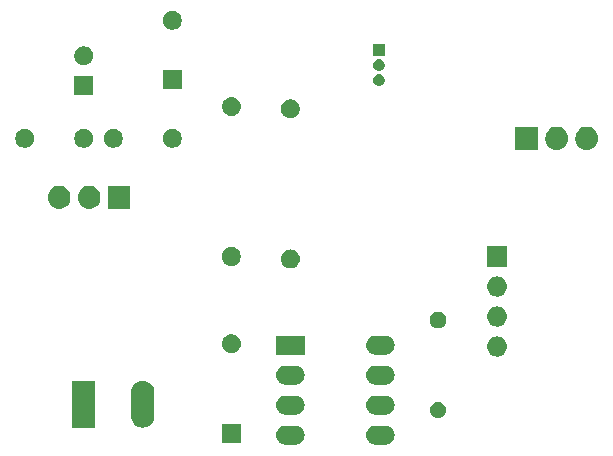
<source format=gbr>
G04 #@! TF.GenerationSoftware,KiCad,Pcbnew,(5.0.2-5)-5*
G04 #@! TF.CreationDate,2019-02-28T23:12:48+01:00*
G04 #@! TF.ProjectId,IkeaTradfriLEDdriver,496b6561-5472-4616-9466-72694c454464,rev?*
G04 #@! TF.SameCoordinates,Original*
G04 #@! TF.FileFunction,Soldermask,Bot*
G04 #@! TF.FilePolarity,Negative*
%FSLAX46Y46*%
G04 Gerber Fmt 4.6, Leading zero omitted, Abs format (unit mm)*
G04 Created by KiCad (PCBNEW (5.0.2-5)-5) date 2019 February 28, Thursday 23:12:48*
%MOMM*%
%LPD*%
G01*
G04 APERTURE LIST*
%ADD10C,0.100000*%
G04 APERTURE END LIST*
D10*
G36*
X85637649Y-166827717D02*
X85676827Y-166831576D01*
X85752227Y-166854448D01*
X85827629Y-166877321D01*
X85966608Y-166951608D01*
X86088422Y-167051578D01*
X86188392Y-167173392D01*
X86262679Y-167312371D01*
X86308424Y-167463174D01*
X86323870Y-167620000D01*
X86308424Y-167776826D01*
X86262679Y-167927629D01*
X86188392Y-168066608D01*
X86088422Y-168188422D01*
X85966608Y-168288392D01*
X85827629Y-168362679D01*
X85752228Y-168385551D01*
X85676827Y-168408424D01*
X85637649Y-168412283D01*
X85559295Y-168420000D01*
X84680705Y-168420000D01*
X84602351Y-168412283D01*
X84563173Y-168408424D01*
X84487772Y-168385551D01*
X84412371Y-168362679D01*
X84273392Y-168288392D01*
X84151578Y-168188422D01*
X84051608Y-168066608D01*
X83977321Y-167927629D01*
X83931576Y-167776826D01*
X83916130Y-167620000D01*
X83931576Y-167463174D01*
X83977321Y-167312371D01*
X84051608Y-167173392D01*
X84151578Y-167051578D01*
X84273392Y-166951608D01*
X84412371Y-166877321D01*
X84487773Y-166854448D01*
X84563173Y-166831576D01*
X84602351Y-166827717D01*
X84680705Y-166820000D01*
X85559295Y-166820000D01*
X85637649Y-166827717D01*
X85637649Y-166827717D01*
G37*
G36*
X78017649Y-166827717D02*
X78056827Y-166831576D01*
X78132227Y-166854448D01*
X78207629Y-166877321D01*
X78346608Y-166951608D01*
X78468422Y-167051578D01*
X78568392Y-167173392D01*
X78642679Y-167312371D01*
X78688424Y-167463174D01*
X78703870Y-167620000D01*
X78688424Y-167776826D01*
X78642679Y-167927629D01*
X78568392Y-168066608D01*
X78468422Y-168188422D01*
X78346608Y-168288392D01*
X78207629Y-168362679D01*
X78132228Y-168385551D01*
X78056827Y-168408424D01*
X78017649Y-168412283D01*
X77939295Y-168420000D01*
X77060705Y-168420000D01*
X76982351Y-168412283D01*
X76943173Y-168408424D01*
X76867772Y-168385551D01*
X76792371Y-168362679D01*
X76653392Y-168288392D01*
X76531578Y-168188422D01*
X76431608Y-168066608D01*
X76357321Y-167927629D01*
X76311576Y-167776826D01*
X76296130Y-167620000D01*
X76311576Y-167463174D01*
X76357321Y-167312371D01*
X76431608Y-167173392D01*
X76531578Y-167051578D01*
X76653392Y-166951608D01*
X76792371Y-166877321D01*
X76867773Y-166854448D01*
X76943173Y-166831576D01*
X76982351Y-166827717D01*
X77060705Y-166820000D01*
X77939295Y-166820000D01*
X78017649Y-166827717D01*
X78017649Y-166827717D01*
G37*
G36*
X73300000Y-168300000D02*
X71700000Y-168300000D01*
X71700000Y-166700000D01*
X73300000Y-166700000D01*
X73300000Y-168300000D01*
X73300000Y-168300000D01*
G37*
G36*
X65194069Y-163034324D02*
X65194072Y-163034325D01*
X65194073Y-163034325D01*
X65380689Y-163090934D01*
X65552676Y-163182862D01*
X65703423Y-163306577D01*
X65827138Y-163457324D01*
X65914930Y-163621573D01*
X65919065Y-163629308D01*
X65975676Y-163815930D01*
X65990000Y-163961364D01*
X65990000Y-166038636D01*
X65975676Y-166184070D01*
X65975675Y-166184073D01*
X65975675Y-166184074D01*
X65919066Y-166370690D01*
X65827138Y-166542676D01*
X65703423Y-166693423D01*
X65552676Y-166817138D01*
X65380690Y-166909066D01*
X65194074Y-166965675D01*
X65194073Y-166965675D01*
X65194070Y-166965676D01*
X65000000Y-166984790D01*
X64805931Y-166965676D01*
X64805928Y-166965675D01*
X64805927Y-166965675D01*
X64619311Y-166909066D01*
X64447325Y-166817138D01*
X64296578Y-166693423D01*
X64172863Y-166542676D01*
X64080935Y-166370690D01*
X64024326Y-166184074D01*
X64024326Y-166184073D01*
X64024325Y-166184070D01*
X64010001Y-166038636D01*
X64010000Y-163961365D01*
X64024324Y-163815931D01*
X64024325Y-163815927D01*
X64080934Y-163629311D01*
X64172862Y-163457324D01*
X64296577Y-163306577D01*
X64447324Y-163182862D01*
X64619310Y-163090934D01*
X64805926Y-163034325D01*
X64805927Y-163034325D01*
X64805930Y-163034324D01*
X65000000Y-163015210D01*
X65194069Y-163034324D01*
X65194069Y-163034324D01*
G37*
G36*
X60990000Y-166980000D02*
X59010000Y-166980000D01*
X59010000Y-163020000D01*
X60990000Y-163020000D01*
X60990000Y-166980000D01*
X60990000Y-166980000D01*
G37*
G36*
X90204183Y-164826900D02*
X90331574Y-164879668D01*
X90446225Y-164956275D01*
X90543725Y-165053775D01*
X90620332Y-165168426D01*
X90673100Y-165295817D01*
X90700000Y-165431055D01*
X90700000Y-165568945D01*
X90673100Y-165704183D01*
X90620332Y-165831574D01*
X90543725Y-165946225D01*
X90446225Y-166043725D01*
X90331574Y-166120332D01*
X90204183Y-166173100D01*
X90068945Y-166200000D01*
X89931055Y-166200000D01*
X89795817Y-166173100D01*
X89668426Y-166120332D01*
X89553775Y-166043725D01*
X89456275Y-165946225D01*
X89379668Y-165831574D01*
X89326900Y-165704183D01*
X89300000Y-165568945D01*
X89300000Y-165431055D01*
X89326900Y-165295817D01*
X89379668Y-165168426D01*
X89456275Y-165053775D01*
X89553775Y-164956275D01*
X89668426Y-164879668D01*
X89795817Y-164826900D01*
X89931055Y-164800000D01*
X90068945Y-164800000D01*
X90204183Y-164826900D01*
X90204183Y-164826900D01*
G37*
G36*
X78017649Y-164287717D02*
X78056827Y-164291576D01*
X78132228Y-164314449D01*
X78207629Y-164337321D01*
X78346608Y-164411608D01*
X78468422Y-164511578D01*
X78568392Y-164633392D01*
X78642679Y-164772371D01*
X78688424Y-164923174D01*
X78703870Y-165080000D01*
X78688424Y-165236826D01*
X78642679Y-165387629D01*
X78568392Y-165526608D01*
X78468422Y-165648422D01*
X78346608Y-165748392D01*
X78207629Y-165822679D01*
X78132227Y-165845552D01*
X78056827Y-165868424D01*
X78017649Y-165872283D01*
X77939295Y-165880000D01*
X77060705Y-165880000D01*
X76982351Y-165872283D01*
X76943173Y-165868424D01*
X76867773Y-165845552D01*
X76792371Y-165822679D01*
X76653392Y-165748392D01*
X76531578Y-165648422D01*
X76431608Y-165526608D01*
X76357321Y-165387629D01*
X76311576Y-165236826D01*
X76296130Y-165080000D01*
X76311576Y-164923174D01*
X76357321Y-164772371D01*
X76431608Y-164633392D01*
X76531578Y-164511578D01*
X76653392Y-164411608D01*
X76792371Y-164337321D01*
X76867772Y-164314449D01*
X76943173Y-164291576D01*
X76982351Y-164287717D01*
X77060705Y-164280000D01*
X77939295Y-164280000D01*
X78017649Y-164287717D01*
X78017649Y-164287717D01*
G37*
G36*
X85637649Y-164287717D02*
X85676827Y-164291576D01*
X85752228Y-164314449D01*
X85827629Y-164337321D01*
X85966608Y-164411608D01*
X86088422Y-164511578D01*
X86188392Y-164633392D01*
X86262679Y-164772371D01*
X86308424Y-164923174D01*
X86323870Y-165080000D01*
X86308424Y-165236826D01*
X86262679Y-165387629D01*
X86188392Y-165526608D01*
X86088422Y-165648422D01*
X85966608Y-165748392D01*
X85827629Y-165822679D01*
X85752227Y-165845552D01*
X85676827Y-165868424D01*
X85637649Y-165872283D01*
X85559295Y-165880000D01*
X84680705Y-165880000D01*
X84602351Y-165872283D01*
X84563173Y-165868424D01*
X84487773Y-165845552D01*
X84412371Y-165822679D01*
X84273392Y-165748392D01*
X84151578Y-165648422D01*
X84051608Y-165526608D01*
X83977321Y-165387629D01*
X83931576Y-165236826D01*
X83916130Y-165080000D01*
X83931576Y-164923174D01*
X83977321Y-164772371D01*
X84051608Y-164633392D01*
X84151578Y-164511578D01*
X84273392Y-164411608D01*
X84412371Y-164337321D01*
X84487772Y-164314449D01*
X84563173Y-164291576D01*
X84602351Y-164287717D01*
X84680705Y-164280000D01*
X85559295Y-164280000D01*
X85637649Y-164287717D01*
X85637649Y-164287717D01*
G37*
G36*
X85637649Y-161747717D02*
X85676827Y-161751576D01*
X85752227Y-161774448D01*
X85827629Y-161797321D01*
X85966608Y-161871608D01*
X86088422Y-161971578D01*
X86188392Y-162093392D01*
X86262679Y-162232371D01*
X86308424Y-162383174D01*
X86323870Y-162540000D01*
X86308424Y-162696826D01*
X86262679Y-162847629D01*
X86188392Y-162986608D01*
X86088422Y-163108422D01*
X85966608Y-163208392D01*
X85827629Y-163282679D01*
X85752228Y-163305551D01*
X85676827Y-163328424D01*
X85637649Y-163332283D01*
X85559295Y-163340000D01*
X84680705Y-163340000D01*
X84602351Y-163332283D01*
X84563173Y-163328424D01*
X84487772Y-163305551D01*
X84412371Y-163282679D01*
X84273392Y-163208392D01*
X84151578Y-163108422D01*
X84051608Y-162986608D01*
X83977321Y-162847629D01*
X83931576Y-162696826D01*
X83916130Y-162540000D01*
X83931576Y-162383174D01*
X83977321Y-162232371D01*
X84051608Y-162093392D01*
X84151578Y-161971578D01*
X84273392Y-161871608D01*
X84412371Y-161797321D01*
X84487773Y-161774448D01*
X84563173Y-161751576D01*
X84602351Y-161747717D01*
X84680705Y-161740000D01*
X85559295Y-161740000D01*
X85637649Y-161747717D01*
X85637649Y-161747717D01*
G37*
G36*
X78017649Y-161747717D02*
X78056827Y-161751576D01*
X78132227Y-161774448D01*
X78207629Y-161797321D01*
X78346608Y-161871608D01*
X78468422Y-161971578D01*
X78568392Y-162093392D01*
X78642679Y-162232371D01*
X78688424Y-162383174D01*
X78703870Y-162540000D01*
X78688424Y-162696826D01*
X78642679Y-162847629D01*
X78568392Y-162986608D01*
X78468422Y-163108422D01*
X78346608Y-163208392D01*
X78207629Y-163282679D01*
X78132228Y-163305551D01*
X78056827Y-163328424D01*
X78017649Y-163332283D01*
X77939295Y-163340000D01*
X77060705Y-163340000D01*
X76982351Y-163332283D01*
X76943173Y-163328424D01*
X76867772Y-163305551D01*
X76792371Y-163282679D01*
X76653392Y-163208392D01*
X76531578Y-163108422D01*
X76431608Y-162986608D01*
X76357321Y-162847629D01*
X76311576Y-162696826D01*
X76296130Y-162540000D01*
X76311576Y-162383174D01*
X76357321Y-162232371D01*
X76431608Y-162093392D01*
X76531578Y-161971578D01*
X76653392Y-161871608D01*
X76792371Y-161797321D01*
X76867773Y-161774448D01*
X76943173Y-161751576D01*
X76982351Y-161747717D01*
X77060705Y-161740000D01*
X77939295Y-161740000D01*
X78017649Y-161747717D01*
X78017649Y-161747717D01*
G37*
G36*
X95166630Y-159282299D02*
X95326855Y-159330903D01*
X95474520Y-159409831D01*
X95603949Y-159516051D01*
X95710169Y-159645480D01*
X95789097Y-159793145D01*
X95837701Y-159953370D01*
X95854112Y-160120000D01*
X95837701Y-160286630D01*
X95789097Y-160446855D01*
X95710169Y-160594520D01*
X95603949Y-160723949D01*
X95474520Y-160830169D01*
X95326855Y-160909097D01*
X95166630Y-160957701D01*
X95041752Y-160970000D01*
X94958248Y-160970000D01*
X94833370Y-160957701D01*
X94673145Y-160909097D01*
X94525480Y-160830169D01*
X94396051Y-160723949D01*
X94289831Y-160594520D01*
X94210903Y-160446855D01*
X94162299Y-160286630D01*
X94145888Y-160120000D01*
X94162299Y-159953370D01*
X94210903Y-159793145D01*
X94289831Y-159645480D01*
X94396051Y-159516051D01*
X94525480Y-159409831D01*
X94673145Y-159330903D01*
X94833370Y-159282299D01*
X94958248Y-159270000D01*
X95041752Y-159270000D01*
X95166630Y-159282299D01*
X95166630Y-159282299D01*
G37*
G36*
X78700000Y-160800000D02*
X76300000Y-160800000D01*
X76300000Y-159200000D01*
X78700000Y-159200000D01*
X78700000Y-160800000D01*
X78700000Y-160800000D01*
G37*
G36*
X85637649Y-159207717D02*
X85676827Y-159211576D01*
X85752227Y-159234448D01*
X85827629Y-159257321D01*
X85966608Y-159331608D01*
X86088422Y-159431578D01*
X86188392Y-159553392D01*
X86262679Y-159692371D01*
X86272023Y-159723174D01*
X86308424Y-159843173D01*
X86323870Y-160000000D01*
X86308424Y-160156827D01*
X86299080Y-160187629D01*
X86262679Y-160307629D01*
X86188392Y-160446608D01*
X86088422Y-160568422D01*
X85966608Y-160668392D01*
X85827629Y-160742679D01*
X85752228Y-160765551D01*
X85676827Y-160788424D01*
X85637649Y-160792283D01*
X85559295Y-160800000D01*
X84680705Y-160800000D01*
X84602351Y-160792283D01*
X84563173Y-160788424D01*
X84487772Y-160765551D01*
X84412371Y-160742679D01*
X84273392Y-160668392D01*
X84151578Y-160568422D01*
X84051608Y-160446608D01*
X83977321Y-160307629D01*
X83940920Y-160187629D01*
X83931576Y-160156827D01*
X83916130Y-160000000D01*
X83931576Y-159843173D01*
X83967977Y-159723174D01*
X83977321Y-159692371D01*
X84051608Y-159553392D01*
X84151578Y-159431578D01*
X84273392Y-159331608D01*
X84412371Y-159257321D01*
X84487773Y-159234448D01*
X84563173Y-159211576D01*
X84602351Y-159207717D01*
X84680705Y-159200000D01*
X85559295Y-159200000D01*
X85637649Y-159207717D01*
X85637649Y-159207717D01*
G37*
G36*
X72617649Y-159087717D02*
X72656827Y-159091576D01*
X72732227Y-159114448D01*
X72807629Y-159137321D01*
X72946608Y-159211608D01*
X73068422Y-159311578D01*
X73168392Y-159433392D01*
X73242679Y-159572371D01*
X73242679Y-159572372D01*
X73279081Y-159692372D01*
X73288424Y-159723174D01*
X73303870Y-159880000D01*
X73288424Y-160036826D01*
X73242679Y-160187629D01*
X73168392Y-160326608D01*
X73068422Y-160448422D01*
X72946608Y-160548392D01*
X72807629Y-160622679D01*
X72732227Y-160645552D01*
X72656827Y-160668424D01*
X72617649Y-160672283D01*
X72539295Y-160680000D01*
X72460705Y-160680000D01*
X72382351Y-160672283D01*
X72343173Y-160668424D01*
X72267773Y-160645552D01*
X72192371Y-160622679D01*
X72053392Y-160548392D01*
X71931578Y-160448422D01*
X71831608Y-160326608D01*
X71757321Y-160187629D01*
X71711576Y-160036826D01*
X71696130Y-159880000D01*
X71711576Y-159723174D01*
X71720920Y-159692372D01*
X71757321Y-159572372D01*
X71757321Y-159572371D01*
X71831608Y-159433392D01*
X71931578Y-159311578D01*
X72053392Y-159211608D01*
X72192371Y-159137321D01*
X72267773Y-159114448D01*
X72343173Y-159091576D01*
X72382351Y-159087717D01*
X72460705Y-159080000D01*
X72539295Y-159080000D01*
X72617649Y-159087717D01*
X72617649Y-159087717D01*
G37*
G36*
X90137224Y-157190128D02*
X90269175Y-157230155D01*
X90390781Y-157295155D01*
X90497370Y-157382630D01*
X90584845Y-157489219D01*
X90649845Y-157610825D01*
X90689872Y-157742776D01*
X90703387Y-157880000D01*
X90689872Y-158017224D01*
X90649845Y-158149175D01*
X90584845Y-158270781D01*
X90497370Y-158377370D01*
X90390781Y-158464845D01*
X90269175Y-158529845D01*
X90137224Y-158569872D01*
X90034390Y-158580000D01*
X89965610Y-158580000D01*
X89862776Y-158569872D01*
X89730825Y-158529845D01*
X89609219Y-158464845D01*
X89502630Y-158377370D01*
X89415155Y-158270781D01*
X89350155Y-158149175D01*
X89310128Y-158017224D01*
X89296613Y-157880000D01*
X89310128Y-157742776D01*
X89350155Y-157610825D01*
X89415155Y-157489219D01*
X89502630Y-157382630D01*
X89609219Y-157295155D01*
X89730825Y-157230155D01*
X89862776Y-157190128D01*
X89965610Y-157180000D01*
X90034390Y-157180000D01*
X90137224Y-157190128D01*
X90137224Y-157190128D01*
G37*
G36*
X95166630Y-156742299D02*
X95326855Y-156790903D01*
X95474520Y-156869831D01*
X95603949Y-156976051D01*
X95710169Y-157105480D01*
X95789097Y-157253145D01*
X95837701Y-157413370D01*
X95854112Y-157580000D01*
X95837701Y-157746630D01*
X95789097Y-157906855D01*
X95710169Y-158054520D01*
X95603949Y-158183949D01*
X95474520Y-158290169D01*
X95326855Y-158369097D01*
X95166630Y-158417701D01*
X95041752Y-158430000D01*
X94958248Y-158430000D01*
X94833370Y-158417701D01*
X94673145Y-158369097D01*
X94525480Y-158290169D01*
X94396051Y-158183949D01*
X94289831Y-158054520D01*
X94210903Y-157906855D01*
X94162299Y-157746630D01*
X94145888Y-157580000D01*
X94162299Y-157413370D01*
X94210903Y-157253145D01*
X94289831Y-157105480D01*
X94396051Y-156976051D01*
X94525480Y-156869831D01*
X94673145Y-156790903D01*
X94833370Y-156742299D01*
X94958248Y-156730000D01*
X95041752Y-156730000D01*
X95166630Y-156742299D01*
X95166630Y-156742299D01*
G37*
G36*
X95166630Y-154202299D02*
X95326855Y-154250903D01*
X95474520Y-154329831D01*
X95603949Y-154436051D01*
X95710169Y-154565480D01*
X95789097Y-154713145D01*
X95837701Y-154873370D01*
X95854112Y-155040000D01*
X95837701Y-155206630D01*
X95789097Y-155366855D01*
X95710169Y-155514520D01*
X95603949Y-155643949D01*
X95474520Y-155750169D01*
X95326855Y-155829097D01*
X95166630Y-155877701D01*
X95041752Y-155890000D01*
X94958248Y-155890000D01*
X94833370Y-155877701D01*
X94673145Y-155829097D01*
X94525480Y-155750169D01*
X94396051Y-155643949D01*
X94289831Y-155514520D01*
X94210903Y-155366855D01*
X94162299Y-155206630D01*
X94145888Y-155040000D01*
X94162299Y-154873370D01*
X94210903Y-154713145D01*
X94289831Y-154565480D01*
X94396051Y-154436051D01*
X94525480Y-154329831D01*
X94673145Y-154250903D01*
X94833370Y-154202299D01*
X94958248Y-154190000D01*
X95041752Y-154190000D01*
X95166630Y-154202299D01*
X95166630Y-154202299D01*
G37*
G36*
X77617649Y-151907717D02*
X77656827Y-151911576D01*
X77732227Y-151934448D01*
X77807629Y-151957321D01*
X77946608Y-152031608D01*
X78068422Y-152131578D01*
X78168392Y-152253392D01*
X78242679Y-152392371D01*
X78288424Y-152543174D01*
X78303870Y-152700000D01*
X78288424Y-152856826D01*
X78242679Y-153007629D01*
X78168392Y-153146608D01*
X78068422Y-153268422D01*
X77946608Y-153368392D01*
X77807629Y-153442679D01*
X77732228Y-153465551D01*
X77656827Y-153488424D01*
X77617649Y-153492283D01*
X77539295Y-153500000D01*
X77460705Y-153500000D01*
X77382351Y-153492283D01*
X77343173Y-153488424D01*
X77267772Y-153465551D01*
X77192371Y-153442679D01*
X77053392Y-153368392D01*
X76931578Y-153268422D01*
X76831608Y-153146608D01*
X76757321Y-153007629D01*
X76711576Y-152856826D01*
X76696130Y-152700000D01*
X76711576Y-152543174D01*
X76757321Y-152392371D01*
X76831608Y-152253392D01*
X76931578Y-152131578D01*
X77053392Y-152031608D01*
X77192371Y-151957321D01*
X77267772Y-151934449D01*
X77343173Y-151911576D01*
X77382351Y-151907717D01*
X77460705Y-151900000D01*
X77539295Y-151900000D01*
X77617649Y-151907717D01*
X77617649Y-151907717D01*
G37*
G36*
X95850000Y-153350000D02*
X94150000Y-153350000D01*
X94150000Y-151650000D01*
X95850000Y-151650000D01*
X95850000Y-153350000D01*
X95850000Y-153350000D01*
G37*
G36*
X72733352Y-151730743D02*
X72878941Y-151791048D01*
X73009973Y-151878601D01*
X73121399Y-151990027D01*
X73208952Y-152121059D01*
X73269257Y-152266648D01*
X73300000Y-152421205D01*
X73300000Y-152578795D01*
X73269257Y-152733352D01*
X73208952Y-152878941D01*
X73121399Y-153009973D01*
X73009973Y-153121399D01*
X72878941Y-153208952D01*
X72733352Y-153269257D01*
X72578795Y-153300000D01*
X72421205Y-153300000D01*
X72266648Y-153269257D01*
X72121059Y-153208952D01*
X71990027Y-153121399D01*
X71878601Y-153009973D01*
X71791048Y-152878941D01*
X71730743Y-152733352D01*
X71700000Y-152578795D01*
X71700000Y-152421205D01*
X71730743Y-152266648D01*
X71791048Y-152121059D01*
X71878601Y-151990027D01*
X71990027Y-151878601D01*
X72121059Y-151791048D01*
X72266648Y-151730743D01*
X72421205Y-151700000D01*
X72578795Y-151700000D01*
X72733352Y-151730743D01*
X72733352Y-151730743D01*
G37*
G36*
X60646724Y-146513782D02*
X60826269Y-146568247D01*
X60991741Y-146656693D01*
X61136778Y-146775722D01*
X61255807Y-146920759D01*
X61344253Y-147086232D01*
X61398718Y-147265777D01*
X61412500Y-147405712D01*
X61412500Y-147594289D01*
X61398718Y-147734224D01*
X61344253Y-147913769D01*
X61255807Y-148079241D01*
X61136778Y-148224278D01*
X60991741Y-148343307D01*
X60826268Y-148431753D01*
X60646723Y-148486218D01*
X60460000Y-148504608D01*
X60273276Y-148486218D01*
X60093731Y-148431753D01*
X59928259Y-148343307D01*
X59783222Y-148224278D01*
X59664193Y-148079241D01*
X59575747Y-147913768D01*
X59521282Y-147734223D01*
X59507500Y-147594288D01*
X59507500Y-147405711D01*
X59521282Y-147265776D01*
X59575747Y-147086231D01*
X59664193Y-146920759D01*
X59783219Y-146775725D01*
X59783221Y-146775724D01*
X59783222Y-146775722D01*
X59928259Y-146656694D01*
X59928263Y-146656692D01*
X59928264Y-146656691D01*
X60093732Y-146568247D01*
X60273277Y-146513782D01*
X60460000Y-146495392D01*
X60646724Y-146513782D01*
X60646724Y-146513782D01*
G37*
G36*
X58106724Y-146513782D02*
X58286269Y-146568247D01*
X58451741Y-146656693D01*
X58596778Y-146775722D01*
X58715807Y-146920759D01*
X58804253Y-147086232D01*
X58858718Y-147265777D01*
X58872500Y-147405712D01*
X58872500Y-147594289D01*
X58858718Y-147734224D01*
X58804253Y-147913769D01*
X58715807Y-148079241D01*
X58596778Y-148224278D01*
X58451741Y-148343307D01*
X58286268Y-148431753D01*
X58106723Y-148486218D01*
X57920000Y-148504608D01*
X57733276Y-148486218D01*
X57553731Y-148431753D01*
X57388259Y-148343307D01*
X57243222Y-148224278D01*
X57124193Y-148079241D01*
X57035747Y-147913768D01*
X56981282Y-147734223D01*
X56967500Y-147594288D01*
X56967500Y-147405711D01*
X56981282Y-147265776D01*
X57035747Y-147086231D01*
X57124193Y-146920759D01*
X57243219Y-146775725D01*
X57243221Y-146775724D01*
X57243222Y-146775722D01*
X57388259Y-146656694D01*
X57388263Y-146656692D01*
X57388264Y-146656691D01*
X57553732Y-146568247D01*
X57733277Y-146513782D01*
X57920000Y-146495392D01*
X58106724Y-146513782D01*
X58106724Y-146513782D01*
G37*
G36*
X63952500Y-148500000D02*
X62047500Y-148500000D01*
X62047500Y-146500000D01*
X63952500Y-146500000D01*
X63952500Y-148500000D01*
X63952500Y-148500000D01*
G37*
G36*
X102766723Y-141513782D02*
X102946268Y-141568247D01*
X103111741Y-141656693D01*
X103256778Y-141775722D01*
X103375807Y-141920759D01*
X103464253Y-142086231D01*
X103518718Y-142265776D01*
X103532500Y-142405711D01*
X103532500Y-142594288D01*
X103518718Y-142734223D01*
X103464253Y-142913768D01*
X103375807Y-143079241D01*
X103256778Y-143224278D01*
X103111741Y-143343307D01*
X102946269Y-143431753D01*
X102766724Y-143486218D01*
X102580000Y-143504608D01*
X102393277Y-143486218D01*
X102213732Y-143431753D01*
X102048264Y-143343309D01*
X102048263Y-143343308D01*
X102048259Y-143343306D01*
X101903222Y-143224278D01*
X101903221Y-143224276D01*
X101903219Y-143224275D01*
X101784193Y-143079241D01*
X101695747Y-142913769D01*
X101641282Y-142734224D01*
X101627500Y-142594289D01*
X101627500Y-142405712D01*
X101641282Y-142265777D01*
X101695747Y-142086232D01*
X101784193Y-141920759D01*
X101903222Y-141775722D01*
X102048259Y-141656693D01*
X102213731Y-141568247D01*
X102393276Y-141513782D01*
X102580000Y-141495392D01*
X102766723Y-141513782D01*
X102766723Y-141513782D01*
G37*
G36*
X100226723Y-141513782D02*
X100406268Y-141568247D01*
X100571741Y-141656693D01*
X100716778Y-141775722D01*
X100835807Y-141920759D01*
X100924253Y-142086231D01*
X100978718Y-142265776D01*
X100992500Y-142405711D01*
X100992500Y-142594288D01*
X100978718Y-142734223D01*
X100924253Y-142913768D01*
X100835807Y-143079241D01*
X100716778Y-143224278D01*
X100571741Y-143343307D01*
X100406269Y-143431753D01*
X100226724Y-143486218D01*
X100040000Y-143504608D01*
X99853277Y-143486218D01*
X99673732Y-143431753D01*
X99508264Y-143343309D01*
X99508263Y-143343308D01*
X99508259Y-143343306D01*
X99363222Y-143224278D01*
X99363221Y-143224276D01*
X99363219Y-143224275D01*
X99244193Y-143079241D01*
X99155747Y-142913769D01*
X99101282Y-142734224D01*
X99087500Y-142594289D01*
X99087500Y-142405712D01*
X99101282Y-142265777D01*
X99155747Y-142086232D01*
X99244193Y-141920759D01*
X99363222Y-141775722D01*
X99508259Y-141656693D01*
X99673731Y-141568247D01*
X99853276Y-141513782D01*
X100040000Y-141495392D01*
X100226723Y-141513782D01*
X100226723Y-141513782D01*
G37*
G36*
X98452500Y-143500000D02*
X96547500Y-143500000D01*
X96547500Y-141500000D01*
X98452500Y-141500000D01*
X98452500Y-143500000D01*
X98452500Y-143500000D01*
G37*
G36*
X62733352Y-141730743D02*
X62878941Y-141791048D01*
X63009973Y-141878601D01*
X63121399Y-141990027D01*
X63208952Y-142121059D01*
X63269257Y-142266648D01*
X63300000Y-142421205D01*
X63300000Y-142578795D01*
X63269257Y-142733352D01*
X63208952Y-142878941D01*
X63121399Y-143009973D01*
X63009973Y-143121399D01*
X62878941Y-143208952D01*
X62733352Y-143269257D01*
X62578795Y-143300000D01*
X62421205Y-143300000D01*
X62266648Y-143269257D01*
X62121059Y-143208952D01*
X61990027Y-143121399D01*
X61878601Y-143009973D01*
X61791048Y-142878941D01*
X61730743Y-142733352D01*
X61700000Y-142578795D01*
X61700000Y-142421205D01*
X61730743Y-142266648D01*
X61791048Y-142121059D01*
X61878601Y-141990027D01*
X61990027Y-141878601D01*
X62121059Y-141791048D01*
X62266648Y-141730743D01*
X62421205Y-141700000D01*
X62578795Y-141700000D01*
X62733352Y-141730743D01*
X62733352Y-141730743D01*
G37*
G36*
X67733352Y-141730743D02*
X67878941Y-141791048D01*
X68009973Y-141878601D01*
X68121399Y-141990027D01*
X68208952Y-142121059D01*
X68269257Y-142266648D01*
X68300000Y-142421205D01*
X68300000Y-142578795D01*
X68269257Y-142733352D01*
X68208952Y-142878941D01*
X68121399Y-143009973D01*
X68009973Y-143121399D01*
X67878941Y-143208952D01*
X67733352Y-143269257D01*
X67578795Y-143300000D01*
X67421205Y-143300000D01*
X67266648Y-143269257D01*
X67121059Y-143208952D01*
X66990027Y-143121399D01*
X66878601Y-143009973D01*
X66791048Y-142878941D01*
X66730743Y-142733352D01*
X66700000Y-142578795D01*
X66700000Y-142421205D01*
X66730743Y-142266648D01*
X66791048Y-142121059D01*
X66878601Y-141990027D01*
X66990027Y-141878601D01*
X67121059Y-141791048D01*
X67266648Y-141730743D01*
X67421205Y-141700000D01*
X67578795Y-141700000D01*
X67733352Y-141730743D01*
X67733352Y-141730743D01*
G37*
G36*
X60233352Y-141730743D02*
X60378941Y-141791048D01*
X60509973Y-141878601D01*
X60621399Y-141990027D01*
X60708952Y-142121059D01*
X60769257Y-142266648D01*
X60800000Y-142421205D01*
X60800000Y-142578795D01*
X60769257Y-142733352D01*
X60708952Y-142878941D01*
X60621399Y-143009973D01*
X60509973Y-143121399D01*
X60378941Y-143208952D01*
X60233352Y-143269257D01*
X60078795Y-143300000D01*
X59921205Y-143300000D01*
X59766648Y-143269257D01*
X59621059Y-143208952D01*
X59490027Y-143121399D01*
X59378601Y-143009973D01*
X59291048Y-142878941D01*
X59230743Y-142733352D01*
X59200000Y-142578795D01*
X59200000Y-142421205D01*
X59230743Y-142266648D01*
X59291048Y-142121059D01*
X59378601Y-141990027D01*
X59490027Y-141878601D01*
X59621059Y-141791048D01*
X59766648Y-141730743D01*
X59921205Y-141700000D01*
X60078795Y-141700000D01*
X60233352Y-141730743D01*
X60233352Y-141730743D01*
G37*
G36*
X55233352Y-141730743D02*
X55378941Y-141791048D01*
X55509973Y-141878601D01*
X55621399Y-141990027D01*
X55708952Y-142121059D01*
X55769257Y-142266648D01*
X55800000Y-142421205D01*
X55800000Y-142578795D01*
X55769257Y-142733352D01*
X55708952Y-142878941D01*
X55621399Y-143009973D01*
X55509973Y-143121399D01*
X55378941Y-143208952D01*
X55233352Y-143269257D01*
X55078795Y-143300000D01*
X54921205Y-143300000D01*
X54766648Y-143269257D01*
X54621059Y-143208952D01*
X54490027Y-143121399D01*
X54378601Y-143009973D01*
X54291048Y-142878941D01*
X54230743Y-142733352D01*
X54200000Y-142578795D01*
X54200000Y-142421205D01*
X54230743Y-142266648D01*
X54291048Y-142121059D01*
X54378601Y-141990027D01*
X54490027Y-141878601D01*
X54621059Y-141791048D01*
X54766648Y-141730743D01*
X54921205Y-141700000D01*
X55078795Y-141700000D01*
X55233352Y-141730743D01*
X55233352Y-141730743D01*
G37*
G36*
X77733352Y-139230743D02*
X77878941Y-139291048D01*
X78009973Y-139378601D01*
X78121399Y-139490027D01*
X78208952Y-139621059D01*
X78269257Y-139766648D01*
X78300000Y-139921205D01*
X78300000Y-140078795D01*
X78269257Y-140233352D01*
X78208952Y-140378941D01*
X78121399Y-140509973D01*
X78009973Y-140621399D01*
X77878941Y-140708952D01*
X77733352Y-140769257D01*
X77578795Y-140800000D01*
X77421205Y-140800000D01*
X77266648Y-140769257D01*
X77121059Y-140708952D01*
X76990027Y-140621399D01*
X76878601Y-140509973D01*
X76791048Y-140378941D01*
X76730743Y-140233352D01*
X76700000Y-140078795D01*
X76700000Y-139921205D01*
X76730743Y-139766648D01*
X76791048Y-139621059D01*
X76878601Y-139490027D01*
X76990027Y-139378601D01*
X77121059Y-139291048D01*
X77266648Y-139230743D01*
X77421205Y-139200000D01*
X77578795Y-139200000D01*
X77733352Y-139230743D01*
X77733352Y-139230743D01*
G37*
G36*
X72617649Y-139007717D02*
X72656827Y-139011576D01*
X72732227Y-139034448D01*
X72807629Y-139057321D01*
X72946608Y-139131608D01*
X73068422Y-139231578D01*
X73168392Y-139353392D01*
X73242679Y-139492371D01*
X73288424Y-139643174D01*
X73303870Y-139800000D01*
X73288424Y-139956826D01*
X73242679Y-140107629D01*
X73168392Y-140246608D01*
X73068422Y-140368422D01*
X72946608Y-140468392D01*
X72807629Y-140542679D01*
X72732228Y-140565551D01*
X72656827Y-140588424D01*
X72617649Y-140592283D01*
X72539295Y-140600000D01*
X72460705Y-140600000D01*
X72382351Y-140592283D01*
X72343173Y-140588424D01*
X72267772Y-140565551D01*
X72192371Y-140542679D01*
X72053392Y-140468392D01*
X71931578Y-140368422D01*
X71831608Y-140246608D01*
X71757321Y-140107629D01*
X71711576Y-139956826D01*
X71696130Y-139800000D01*
X71711576Y-139643174D01*
X71757321Y-139492371D01*
X71831608Y-139353392D01*
X71931578Y-139231578D01*
X72053392Y-139131608D01*
X72192371Y-139057321D01*
X72267773Y-139034448D01*
X72343173Y-139011576D01*
X72382351Y-139007717D01*
X72460705Y-139000000D01*
X72539295Y-139000000D01*
X72617649Y-139007717D01*
X72617649Y-139007717D01*
G37*
G36*
X60800000Y-138800000D02*
X59200000Y-138800000D01*
X59200000Y-137200000D01*
X60800000Y-137200000D01*
X60800000Y-138800000D01*
X60800000Y-138800000D01*
G37*
G36*
X68300000Y-138300000D02*
X66700000Y-138300000D01*
X66700000Y-136700000D01*
X68300000Y-136700000D01*
X68300000Y-138300000D01*
X68300000Y-138300000D01*
G37*
G36*
X85098015Y-137047234D02*
X85192268Y-137075825D01*
X85238697Y-137100643D01*
X85279129Y-137122254D01*
X85279131Y-137122255D01*
X85279130Y-137122255D01*
X85355264Y-137184736D01*
X85417745Y-137260870D01*
X85464175Y-137347732D01*
X85492766Y-137441985D01*
X85502419Y-137540000D01*
X85492766Y-137638015D01*
X85464175Y-137732268D01*
X85439357Y-137778697D01*
X85417746Y-137819129D01*
X85355264Y-137895264D01*
X85279129Y-137957746D01*
X85238697Y-137979357D01*
X85192268Y-138004175D01*
X85098015Y-138032766D01*
X85024564Y-138040000D01*
X84975436Y-138040000D01*
X84901985Y-138032766D01*
X84807732Y-138004175D01*
X84761303Y-137979357D01*
X84720871Y-137957746D01*
X84644736Y-137895264D01*
X84582254Y-137819129D01*
X84560643Y-137778697D01*
X84535825Y-137732268D01*
X84507234Y-137638015D01*
X84497581Y-137540000D01*
X84507234Y-137441985D01*
X84535825Y-137347732D01*
X84582255Y-137260870D01*
X84644736Y-137184736D01*
X84720870Y-137122255D01*
X84720869Y-137122255D01*
X84720871Y-137122254D01*
X84761303Y-137100643D01*
X84807732Y-137075825D01*
X84901985Y-137047234D01*
X84975436Y-137040000D01*
X85024564Y-137040000D01*
X85098015Y-137047234D01*
X85098015Y-137047234D01*
G37*
G36*
X85098015Y-135777234D02*
X85192268Y-135805825D01*
X85238697Y-135830643D01*
X85279129Y-135852254D01*
X85355264Y-135914736D01*
X85417746Y-135990871D01*
X85427956Y-136009973D01*
X85464175Y-136077732D01*
X85492766Y-136171985D01*
X85502419Y-136270000D01*
X85492766Y-136368015D01*
X85464175Y-136462268D01*
X85439357Y-136508697D01*
X85417746Y-136549129D01*
X85355264Y-136625264D01*
X85279129Y-136687746D01*
X85238697Y-136709357D01*
X85192268Y-136734175D01*
X85098015Y-136762766D01*
X85024564Y-136770000D01*
X84975436Y-136770000D01*
X84901985Y-136762766D01*
X84807732Y-136734175D01*
X84761303Y-136709357D01*
X84720871Y-136687746D01*
X84644736Y-136625264D01*
X84582254Y-136549129D01*
X84560643Y-136508697D01*
X84535825Y-136462268D01*
X84507234Y-136368015D01*
X84497581Y-136270000D01*
X84507234Y-136171985D01*
X84535825Y-136077732D01*
X84572044Y-136009973D01*
X84582254Y-135990871D01*
X84644736Y-135914736D01*
X84720871Y-135852254D01*
X84761303Y-135830643D01*
X84807732Y-135805825D01*
X84901985Y-135777234D01*
X84975436Y-135770000D01*
X85024564Y-135770000D01*
X85098015Y-135777234D01*
X85098015Y-135777234D01*
G37*
G36*
X60233352Y-134730743D02*
X60378941Y-134791048D01*
X60509973Y-134878601D01*
X60621399Y-134990027D01*
X60708952Y-135121059D01*
X60769257Y-135266648D01*
X60800000Y-135421205D01*
X60800000Y-135578795D01*
X60769257Y-135733352D01*
X60708952Y-135878941D01*
X60621399Y-136009973D01*
X60509973Y-136121399D01*
X60378941Y-136208952D01*
X60233352Y-136269257D01*
X60078795Y-136300000D01*
X59921205Y-136300000D01*
X59766648Y-136269257D01*
X59621059Y-136208952D01*
X59490027Y-136121399D01*
X59378601Y-136009973D01*
X59291048Y-135878941D01*
X59230743Y-135733352D01*
X59200000Y-135578795D01*
X59200000Y-135421205D01*
X59230743Y-135266648D01*
X59291048Y-135121059D01*
X59378601Y-134990027D01*
X59490027Y-134878601D01*
X59621059Y-134791048D01*
X59766648Y-134730743D01*
X59921205Y-134700000D01*
X60078795Y-134700000D01*
X60233352Y-134730743D01*
X60233352Y-134730743D01*
G37*
G36*
X85500000Y-135500000D02*
X84500000Y-135500000D01*
X84500000Y-134500000D01*
X85500000Y-134500000D01*
X85500000Y-135500000D01*
X85500000Y-135500000D01*
G37*
G36*
X67733352Y-131730743D02*
X67878941Y-131791048D01*
X68009973Y-131878601D01*
X68121399Y-131990027D01*
X68208952Y-132121059D01*
X68269257Y-132266648D01*
X68300000Y-132421205D01*
X68300000Y-132578795D01*
X68269257Y-132733352D01*
X68208952Y-132878941D01*
X68121399Y-133009973D01*
X68009973Y-133121399D01*
X67878941Y-133208952D01*
X67733352Y-133269257D01*
X67578795Y-133300000D01*
X67421205Y-133300000D01*
X67266648Y-133269257D01*
X67121059Y-133208952D01*
X66990027Y-133121399D01*
X66878601Y-133009973D01*
X66791048Y-132878941D01*
X66730743Y-132733352D01*
X66700000Y-132578795D01*
X66700000Y-132421205D01*
X66730743Y-132266648D01*
X66791048Y-132121059D01*
X66878601Y-131990027D01*
X66990027Y-131878601D01*
X67121059Y-131791048D01*
X67266648Y-131730743D01*
X67421205Y-131700000D01*
X67578795Y-131700000D01*
X67733352Y-131730743D01*
X67733352Y-131730743D01*
G37*
M02*

</source>
